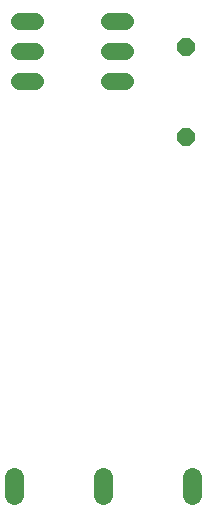
<source format=gbs>
G75*
G70*
%OFA0B0*%
%FSLAX24Y24*%
%IPPOS*%
%LPD*%
%AMOC8*
5,1,8,0,0,1.08239X$1,22.5*
%
%ADD10C,0.0560*%
%ADD11OC8,0.0600*%
%ADD12C,0.0634*%
D10*
X003558Y016759D02*
X004078Y016759D01*
X004078Y017759D02*
X003558Y017759D01*
X003558Y018759D02*
X004078Y018759D01*
X006558Y018759D02*
X007078Y018759D01*
X007078Y017759D02*
X006558Y017759D01*
X006558Y016759D02*
X007078Y016759D01*
D11*
X009123Y017883D03*
X009123Y014883D03*
D12*
X003390Y003537D02*
X003390Y002943D01*
X006343Y002943D02*
X006343Y003537D01*
X009296Y003537D02*
X009296Y002943D01*
M02*

</source>
